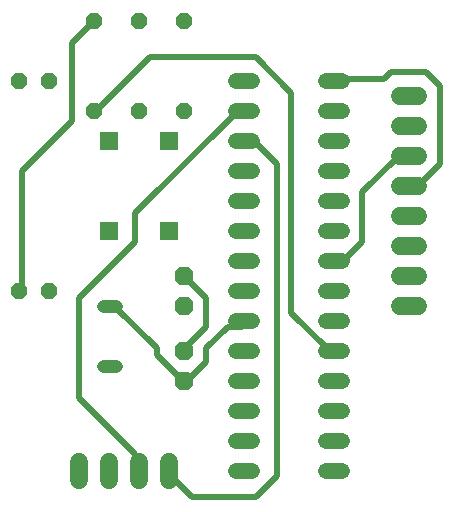
<source format=gbl>
G75*
%MOIN*%
%OFA0B0*%
%FSLAX25Y25*%
%IPPOS*%
%LPD*%
%AMOC8*
5,1,8,0,0,1.08239X$1,22.5*
%
%ADD10OC8,0.06300*%
%ADD11C,0.05200*%
%ADD12C,0.06000*%
%ADD13OC8,0.05200*%
%ADD14C,0.04400*%
%ADD15R,0.05906X0.05906*%
%ADD16C,0.01969*%
D10*
X0296000Y0146000D03*
X0296000Y0156000D03*
X0296000Y0171000D03*
X0296000Y0181000D03*
D11*
X0313400Y0176000D02*
X0318600Y0176000D01*
X0318600Y0166000D02*
X0313400Y0166000D01*
X0313400Y0156000D02*
X0318600Y0156000D01*
X0318600Y0146000D02*
X0313400Y0146000D01*
X0313400Y0136000D02*
X0318600Y0136000D01*
X0318600Y0126000D02*
X0313400Y0126000D01*
X0313400Y0116000D02*
X0318600Y0116000D01*
X0343400Y0116000D02*
X0348600Y0116000D01*
X0348600Y0126000D02*
X0343400Y0126000D01*
X0343400Y0136000D02*
X0348600Y0136000D01*
X0348600Y0146000D02*
X0343400Y0146000D01*
X0343400Y0156000D02*
X0348600Y0156000D01*
X0348600Y0166000D02*
X0343400Y0166000D01*
X0343400Y0176000D02*
X0348600Y0176000D01*
X0348600Y0186000D02*
X0343400Y0186000D01*
X0343400Y0196000D02*
X0348600Y0196000D01*
X0348600Y0206000D02*
X0343400Y0206000D01*
X0343400Y0216000D02*
X0348600Y0216000D01*
X0348600Y0226000D02*
X0343400Y0226000D01*
X0343400Y0236000D02*
X0348600Y0236000D01*
X0348600Y0246000D02*
X0343400Y0246000D01*
X0318600Y0246000D02*
X0313400Y0246000D01*
X0313400Y0236000D02*
X0318600Y0236000D01*
X0318600Y0226000D02*
X0313400Y0226000D01*
X0313400Y0216000D02*
X0318600Y0216000D01*
X0318600Y0206000D02*
X0313400Y0206000D01*
X0313400Y0196000D02*
X0318600Y0196000D01*
X0318600Y0186000D02*
X0313400Y0186000D01*
D12*
X0261000Y0119000D02*
X0261000Y0113000D01*
X0271000Y0113000D02*
X0271000Y0119000D01*
X0281000Y0119000D02*
X0281000Y0113000D01*
X0291000Y0113000D02*
X0291000Y0119000D01*
X0368000Y0171000D02*
X0374000Y0171000D01*
X0374000Y0181000D02*
X0368000Y0181000D01*
X0368000Y0191000D02*
X0374000Y0191000D01*
X0374000Y0201000D02*
X0368000Y0201000D01*
X0368000Y0211000D02*
X0374000Y0211000D01*
X0374000Y0221000D02*
X0368000Y0221000D01*
X0368000Y0231000D02*
X0374000Y0231000D01*
X0374000Y0241000D02*
X0368000Y0241000D01*
D13*
X0296000Y0236000D03*
X0281000Y0236000D03*
X0266000Y0236000D03*
X0251000Y0246000D03*
X0241000Y0246000D03*
X0266000Y0266000D03*
X0281000Y0266000D03*
X0296000Y0266000D03*
X0251000Y0176000D03*
X0241000Y0176000D03*
D14*
X0268800Y0171000D02*
X0273200Y0171000D01*
X0273200Y0151000D02*
X0268800Y0151000D01*
D15*
X0271000Y0196000D03*
X0291000Y0196000D03*
X0291000Y0226000D03*
X0271000Y0226000D03*
D16*
X0266000Y0236000D02*
X0267929Y0237220D01*
X0284465Y0253756D01*
X0319898Y0253756D01*
X0331709Y0241945D01*
X0331709Y0168717D01*
X0343520Y0156906D01*
X0345882Y0156906D01*
X0346000Y0156000D01*
X0316000Y0166000D02*
X0315173Y0163992D01*
X0310449Y0163992D01*
X0303362Y0156906D01*
X0303362Y0152181D01*
X0296276Y0145094D01*
X0296000Y0146000D01*
X0293913Y0147457D01*
X0286827Y0154543D01*
X0286827Y0156906D01*
X0272654Y0171079D01*
X0271000Y0171000D01*
X0260843Y0173441D02*
X0260843Y0140370D01*
X0279740Y0121472D01*
X0279740Y0116748D01*
X0281000Y0116000D01*
X0291000Y0116000D02*
X0291551Y0114386D01*
X0298638Y0107299D01*
X0319898Y0107299D01*
X0326984Y0114386D01*
X0326984Y0218323D01*
X0319898Y0225409D01*
X0317535Y0225409D01*
X0316000Y0226000D01*
X0315173Y0234858D02*
X0316000Y0236000D01*
X0315173Y0234858D02*
X0312811Y0234858D01*
X0279740Y0201787D01*
X0279740Y0192339D01*
X0260843Y0173441D01*
X0241945Y0178165D02*
X0241000Y0176000D01*
X0241945Y0178165D02*
X0241945Y0215961D01*
X0258480Y0232496D01*
X0258480Y0258480D01*
X0266000Y0266000D01*
X0346000Y0246000D02*
X0348244Y0246669D01*
X0362417Y0246669D01*
X0364780Y0249031D01*
X0376591Y0249031D01*
X0381315Y0244307D01*
X0381315Y0218323D01*
X0371866Y0208874D01*
X0371000Y0211000D01*
X0369504Y0220685D02*
X0371000Y0221000D01*
X0369504Y0220685D02*
X0367142Y0220685D01*
X0355331Y0208874D01*
X0355331Y0192339D01*
X0348244Y0185252D01*
X0346000Y0186000D01*
X0303362Y0173441D02*
X0303362Y0163992D01*
X0296276Y0156906D01*
X0296000Y0156000D01*
X0303362Y0173441D02*
X0296276Y0180528D01*
X0296000Y0181000D01*
M02*

</source>
